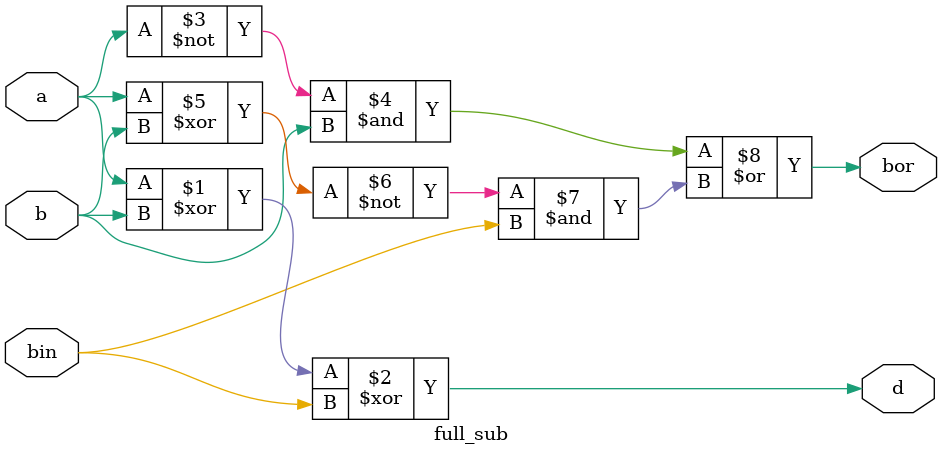
<source format=v>
module full_sub(d,bor,a,b,bin);
input a,b,bin;
output d,bor;
assign d = a ^ b ^ bin;
assign bor = (~a & b) | (~(a ^ b) & bin);
endmodule

</source>
